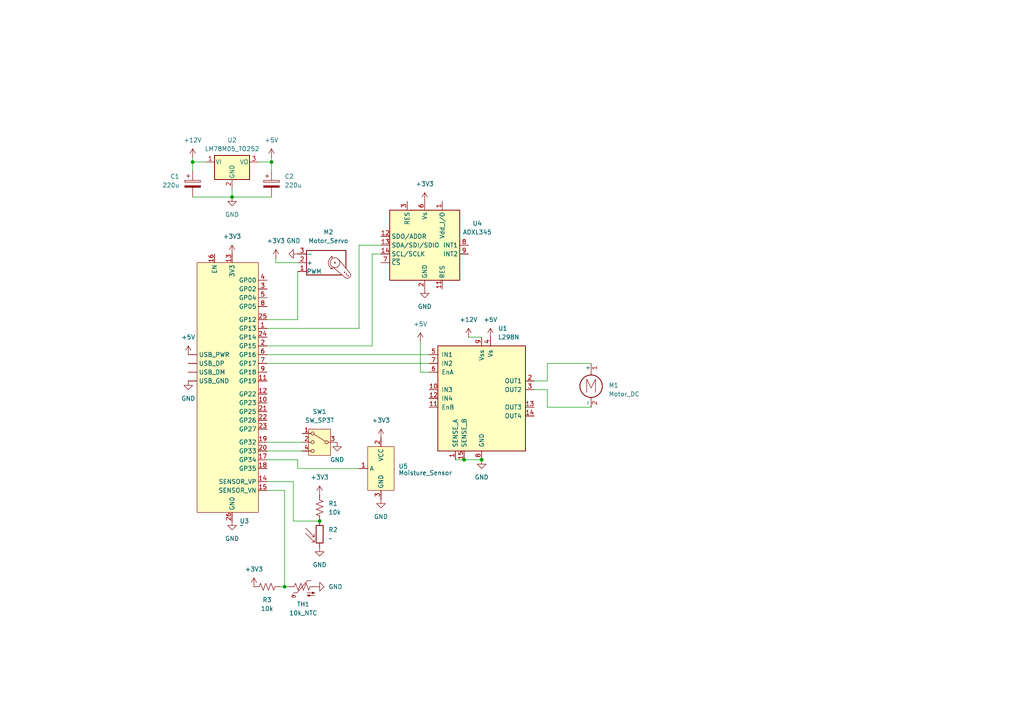
<source format=kicad_sch>
(kicad_sch (version 20231120) (generator "eeschema") (generator_version "8.0")
  (paper "A4")
  (lib_symbols
    (symbol "Device:C_Polarized" (pin_numbers hide) (pin_names (offset 0.254))
      (property "Reference" "C" (at 0.635 2.54 0))
      (property "Value" "C_Polarized" (at 0.635 -2.54 0))
      (symbol "C_Polarized_0_1"
        (rectangle (start -2.286 0.508) (end 2.286 1.016))
        (polyline (pts (xy -1.778 2.286) (xy -0.762 2.286)))
        (polyline (pts (xy -1.27 2.794) (xy -1.27 1.778)))
        (rectangle (start 2.286 -0.508) (end -2.286 -1.016) (fill (type outline)))
      )
      (symbol "C_Polarized_1_1"
        (pin passive line (at 0 3.81 270) (length 2.794) (name "~") (number "1"))
        (pin passive line (at 0 -3.81 90) (length 2.794) (name "~") (number "2"))
      )
    )
    (symbol "Device:R_Photo" (pin_numbers hide) (pin_names (offset 0))
      (property "Reference" "R" (at 1.27 1.27 0))
      (property "Value" "R_Photo" (at 1.27 0 0))
      (symbol "R_Photo_0_1"
        (rectangle (start -1.016 2.54) (end 1.016 -2.54) (stroke (width 0.254)))
        (polyline (pts (xy -1.524 -2.286) (xy -4.064 0.254)))
        (polyline (pts (xy -1.524 -2.286) (xy -2.286 -2.286)))
        (polyline (pts (xy -1.524 -2.286) (xy -1.524 -1.524)))
        (polyline (pts (xy -1.524 -0.762) (xy -4.064 1.778)))
        (polyline (pts (xy -1.524 -0.762) (xy -2.286 -0.762)))
        (polyline (pts (xy -1.524 -0.762) (xy -1.524 0)))
      )
      (symbol "R_Photo_1_1"
        (pin passive line (at 0 3.81 270) (length 1.27) (name "~") (number "1"))
        (pin passive line (at 0 -3.81 90) (length 1.27) (name "~") (number "2"))
      )
    )
    (symbol "Device:R_US" (pin_numbers hide) (pin_names (offset 0))
      (property "Reference" "R" (at 2.54 0 90))
      (property "Value" "R_US" (at -2.54 0 90))
      (symbol "R_US_0_1"
        (polyline (pts (xy 0 -2.286) (xy 0 -2.54)))
        (polyline (pts (xy 0 2.286) (xy 0 2.54)))
        (polyline (pts (xy 0 -0.762) (xy 1.016 -1.143) (xy 0 -1.524) (xy -1.016 -1.905) (xy 0 -2.286)))
        (polyline (pts (xy 0 0.762) (xy 1.016 0.381) (xy 0 0) (xy -1.016 -0.381) (xy 0 -0.762)))
        (polyline (pts (xy 0 2.286) (xy 1.016 1.905) (xy 0 1.524) (xy -1.016 1.143) (xy 0 0.762)))
      )
      (symbol "R_US_1_1"
        (pin passive line (at 0 3.81 270) (length 1.27) (name "~") (number "1"))
        (pin passive line (at 0 -3.81 90) (length 1.27) (name "~") (number "2"))
      )
    )
    (symbol "Device:Thermistor_NTC_US" (pin_numbers hide) (pin_names (offset 0))
      (property "Reference" "TH" (at -4.445 0 90))
      (property "Value" "Thermistor_NTC_US" (at 3.175 0 90))
      (symbol "Thermistor_NTC_US_0_1"
        (arc (start -3.048 2.159) (mid -3.0495 2.3143) (end -3.175 2.413))
        (arc (start -3.048 2.159) (mid -2.9736 1.9794) (end -2.794 1.905))
        (arc (start -3.048 2.794) (mid -2.9736 2.6144) (end -2.794 2.54))
        (arc (start -2.794 1.905) (mid -2.6144 1.9794) (end -2.54 2.159))
        (arc (start -2.794 2.54) (mid -2.4393 2.5587) (end -2.159 2.794))
        (arc (start -2.794 3.048) (mid -2.9736 2.9736) (end -3.048 2.794))
        (arc (start -2.54 2.794) (mid -2.6144 2.9736) (end -2.794 3.048))
        (polyline (pts (xy -2.54 2.159) (xy -2.54 2.794)))
        (polyline (pts (xy 0 -2.286) (xy 0 -2.54)))
        (polyline (pts (xy 0 2.286) (xy 0 2.54)))
        (polyline (pts (xy -1.778 2.54) (xy -1.778 1.524) (xy 1.778 -1.524) (xy 1.778 -2.54)))
        (polyline (pts (xy 0 -0.762) (xy 1.016 -1.143) (xy 0 -1.524) (xy -1.016 -1.905) (xy 0 -2.286)))
        (polyline (pts (xy 0 0.762) (xy 1.016 0.381) (xy 0 0) (xy -1.016 -0.381) (xy 0 -0.762)))
        (polyline (pts (xy 0 2.286) (xy 1.016 1.905) (xy 0 1.524) (xy -1.016 1.143) (xy 0 0.762)))
        (polyline (pts (xy -2.54 -3.683) (xy -2.54 -1.397) (xy -2.794 -2.159) (xy -2.286 -2.159) (xy -2.54 -1.397) (xy -2.54 -1.651)) (fill (type outline)))
        (polyline (pts (xy -1.778 -1.397) (xy -1.778 -3.683) (xy -2.032 -2.921) (xy -1.524 -2.921) (xy -1.778 -3.683) (xy -1.778 -3.429)) (fill (type outline)))
      )
      (symbol "Thermistor_NTC_US_1_1"
        (pin passive line (at 0 3.81 270) (length 1.27) (name "~") (number "1"))
        (pin passive line (at 0 -3.81 90) (length 1.27) (name "~") (number "2"))
      )
    )
    (symbol "Driver_Motor:L298N" (pin_names (offset 1.016))
      (property "Reference" "U" (at -10.16 16.51 0))
      (property "Value" "L298N" (at 12.7 16.51 0))
      (symbol "L298N_0_1"
        (rectangle (start -12.7 15.24) (end 12.7 -15.24) (stroke (width 0.254)) (fill (type background)))
      )
      (symbol "L298N_1_1"
        (pin power_in line (at -7.62 -17.78 90) (length 2.54) (name "SENSE_A") (number "1"))
        (pin input line (at -15.24 2.54 0) (length 2.54) (name "IN3") (number "10"))
        (pin input line (at -15.24 -2.54 0) (length 2.54) (name "EnB") (number "11"))
        (pin input line (at -15.24 0 0) (length 2.54) (name "IN4") (number "12"))
        (pin output line (at 15.24 -2.54 180) (length 2.54) (name "OUT3") (number "13"))
        (pin output line (at 15.24 -5.08 180) (length 2.54) (name "OUT4") (number "14"))
        (pin power_in line (at -5.08 -17.78 90) (length 2.54) (name "SENSE_B") (number "15"))
        (pin output line (at 15.24 5.08 180) (length 2.54) (name "OUT1") (number "2"))
        (pin output line (at 15.24 2.54 180) (length 2.54) (name "OUT2") (number "3"))
        (pin power_in line (at 2.54 17.78 270) (length 2.54) (name "Vs") (number "4"))
        (pin input line (at -15.24 12.7 0) (length 2.54) (name "IN1") (number "5"))
        (pin input line (at -15.24 7.62 0) (length 2.54) (name "EnA") (number "6"))
        (pin input line (at -15.24 10.16 0) (length 2.54) (name "IN2") (number "7"))
        (pin power_in line (at 0 -17.78 90) (length 2.54) (name "GND") (number "8"))
        (pin power_in line (at 0 17.78 270) (length 2.54) (name "Vss") (number "9"))
      )
    )
    (symbol "ESP32:DFRobot_Moisture_Sensor"
      (property "Reference" "U" (at 0 0 0))
      (symbol "DFRobot_Moisture_Sensor_1_1"
        (rectangle (start -3.81 6.35) (end 3.81 -6.35) (fill (type background)))
        (pin output line (at -6.35 0 0) (length 2.54) (name "A") (number "1"))
        (pin power_in line (at 0 8.89 270) (length 2.54) (name "VCC") (number "2"))
        (pin power_out line (at 0 -8.89 90) (length 2.54) (name "GND") (number "3"))
      )
    )
    (symbol "ESP32:LOLIN32_Lite"
      (property "Reference" "U" (at -6.604 -9.906 0))
      (symbol "LOLIN32_Lite_1_1"
        (rectangle (start -10.16 5.08) (end 7.62 -67.31) (fill (type background)))
        (pin bidirectional line (at -12.7 -26.67 0) (length 2.54) (name "USB_DM") (number ""))
        (pin bidirectional line (at -12.7 -24.13 0) (length 2.54) (name "USB_DP") (number ""))
        (pin power_out line (at -12.7 -29.21 0) (length 2.54) (name "USB_GND") (number ""))
        (pin power_in line (at -12.7 -21.59 0) (length 2.54) (name "USB_PWR") (number ""))
        (pin bidirectional line (at 10.16 -13.97 180) (length 2.54) (name "GP13") (number "1"))
        (pin bidirectional line (at 10.16 -35.56 180) (length 2.54) (name "GP23") (number "10"))
        (pin bidirectional line (at 10.16 -29.21 180) (length 2.54) (name "GP19") (number "11"))
        (pin bidirectional line (at 10.16 -33.02 180) (length 2.54) (name "GP22") (number "12"))
        (pin output line (at 0 7.62 270) (length 2.54) (name "3V3") (number "13"))
        (pin bidirectional line (at 10.16 -58.42 180) (length 2.54) (name "SENSOR_VP") (number "14"))
        (pin bidirectional line (at 10.16 -60.96 180) (length 2.54) (name "SENSOR_VN") (number "15"))
        (pin bidirectional line (at -5.08 7.62 270) (length 2.54) (name "EN") (number "16"))
        (pin bidirectional line (at 10.16 -52.07 180) (length 2.54) (name "GP34") (number "17"))
        (pin bidirectional line (at 10.16 -54.61 180) (length 2.54) (name "GP35") (number "18"))
        (pin bidirectional line (at 10.16 -46.99 180) (length 2.54) (name "GP32") (number "19"))
        (pin bidirectional line (at 10.16 -19.05 180) (length 2.54) (name "GP15") (number "2"))
        (pin bidirectional line (at 10.16 -49.53 180) (length 2.54) (name "GP33") (number "20"))
        (pin bidirectional line (at 10.16 -38.1 180) (length 2.54) (name "GP25") (number "21"))
        (pin bidirectional line (at 10.16 -40.64 180) (length 2.54) (name "GP26") (number "22"))
        (pin bidirectional line (at 10.16 -43.18 180) (length 2.54) (name "GP27") (number "23"))
        (pin bidirectional line (at 10.16 -16.51 180) (length 2.54) (name "GP14") (number "24"))
        (pin bidirectional line (at 10.16 -11.43 180) (length 2.54) (name "GP12") (number "25"))
        (pin output line (at 0 -69.85 90) (length 2.54) (name "GND") (number "26"))
        (pin bidirectional line (at 10.16 -2.54 180) (length 2.54) (name "GP02") (number "3"))
        (pin bidirectional line (at 10.16 0 180) (length 2.54) (name "GP00") (number "4"))
        (pin bidirectional line (at 10.16 -5.08 180) (length 2.54) (name "GP04") (number "5"))
        (pin bidirectional line (at 10.16 -21.59 180) (length 2.54) (name "GP16") (number "6"))
        (pin bidirectional line (at 10.16 -24.13 180) (length 2.54) (name "GP17") (number "7"))
        (pin bidirectional line (at 10.16 -7.62 180) (length 2.54) (name "GP05") (number "8"))
        (pin bidirectional line (at 10.16 -26.67 180) (length 2.54) (name "GP18") (number "9"))
      )
    )
    (symbol "Motor:Motor_DC" (pin_names (offset 0))
      (property "Reference" "M" (at 2.54 2.54 0))
      (property "Value" "Motor_DC" (at 2.54 -5.08 0))
      (symbol "Motor_DC_0_0"
        (polyline (pts (xy -1.27 -3.302) (xy -1.27 0.508) (xy 0 -2.032) (xy 1.27 0.508) (xy 1.27 -3.302)))
      )
      (symbol "Motor_DC_0_1"
        (circle (center 0 -1.524) (radius 3.2512) (stroke (width 0.254)))
        (polyline (pts (xy 0 -7.62) (xy 0 -7.112)))
        (polyline (pts (xy 0 -4.7752) (xy 0 -5.1816)))
        (polyline (pts (xy 0 1.7272) (xy 0 2.0828)))
        (polyline (pts (xy 0 2.032) (xy 0 2.54)))
      )
      (symbol "Motor_DC_1_1"
        (pin passive line (at 0 5.08 270) (length 2.54) (name "+") (number "1"))
        (pin passive line (at 0 -7.62 90) (length 2.54) (name "-") (number "2"))
      )
    )
    (symbol "Motor:Motor_Servo" (pin_names (offset 0.0254))
      (property "Reference" "M" (at -5.08 4.445 0))
      (property "Value" "Motor_Servo" (at -5.08 -4.064 0))
      (symbol "Motor_Servo_0_1"
        (polyline (pts (xy 2.413 -1.778) (xy 2.032 -1.778)))
        (polyline (pts (xy 2.413 -1.778) (xy 2.286 -1.397)))
        (polyline (pts (xy 2.413 1.778) (xy 1.905 1.778)))
        (polyline (pts (xy 2.413 1.778) (xy 2.286 1.397)))
        (polyline (pts (xy 6.35 4.445) (xy 2.54 1.27)))
        (polyline (pts (xy 7.62 3.175) (xy 4.191 -1.016)))
        (polyline (pts (xy 5.08 3.556) (xy -5.08 3.556) (xy -5.08 -3.556) (xy 6.35 -3.556) (xy 6.35 1.524)) (stroke (width 0.254)))
        (arc (start 2.413 1.778) (mid 1.2406 0) (end 2.413 -1.778))
        (circle (center 3.175 0) (radius 0.1778))
        (circle (center 3.175 0) (radius 1.4224))
        (circle (center 5.969 2.794) (radius 0.127))
        (circle (center 6.477 3.302) (radius 0.127))
        (circle (center 6.985 3.81) (radius 0.127))
        (arc (start 7.62 3.175) (mid 7.4485 4.2735) (end 6.35 4.445))
      )
      (symbol "Motor_Servo_1_1"
        (pin passive line (at -7.62 2.54 0) (length 2.54) (name "PWM") (number "1"))
        (pin passive line (at -7.62 0 0) (length 2.54) (name "+") (number "2"))
        (pin passive line (at -7.62 -2.54 0) (length 2.54) (name "-") (number "3"))
      )
    )
    (symbol "Regulator_Linear:LM78M05_TO252" (pin_names (offset 0.254))
      (property "Reference" "U" (at -3.81 3.175 0))
      (property "Value" "LM78M05_TO252" (at 0 3.175 0))
      (symbol "LM78M05_TO252_0_1"
        (rectangle (start -5.08 1.905) (end 5.08 -5.08) (stroke (width 0.254)) (fill (type background)))
      )
      (symbol "LM78M05_TO252_1_1"
        (pin power_in line (at -7.62 0 0) (length 2.54) (name "VI") (number "1"))
        (pin power_in line (at 0 -7.62 90) (length 2.54) (name "GND") (number "2"))
        (pin power_out line (at 7.62 0 180) (length 2.54) (name "VO") (number "3"))
      )
    )
    (symbol "Sensor_Motion:ADXL343"
      (property "Reference" "U" (at -8.89 11.43 0))
      (property "Value" "ADXL343" (at -7.62 -11.43 0))
      (symbol "ADXL343_0_1"
        (rectangle (start -10.16 10.16) (end 10.16 -10.16) (stroke (width 0.254)) (fill (type background)))
      )
      (symbol "ADXL343_1_1"
        (pin power_in line (at 5.08 12.7 270) (length 2.54) (name "Vdd_I/O") (number "1"))
        (pin no_connect line (at -5.08 -10.16 90) (length 2.54) hide (name "NC") (number "10"))
        (pin passive line (at 5.08 -12.7 90) (length 2.54) (name "RES") (number "11"))
        (pin bidirectional line (at -12.7 2.54 0) (length 2.54) (name "SDO/ADDR") (number "12"))
        (pin bidirectional line (at -12.7 0 0) (length 2.54) (name "SDA/SDI/SDIO") (number "13"))
        (pin input line (at -12.7 -2.54 0) (length 2.54) (name "SCL/SCLK") (number "14"))
        (pin power_in line (at 0 -12.7 90) (length 2.54) (name "GND") (number "2"))
        (pin passive line (at -5.08 12.7 270) (length 2.54) (name "RES") (number "3"))
        (pin passive line (at 0 -12.7 90) (length 2.54) hide (name "GND") (number "4"))
        (pin passive line (at 0 -12.7 90) (length 2.54) hide (name "GND") (number "5"))
        (pin power_in line (at 0 12.7 270) (length 2.54) (name "Vs") (number "6"))
        (pin input line (at -12.7 -5.08 0) (length 2.54) (name "~{CS}") (number "7"))
        (pin output line (at 12.7 0 180) (length 2.54) (name "INT1") (number "8"))
        (pin output line (at 12.7 -2.54 180) (length 2.54) (name "INT2") (number "9"))
      )
    )
    (symbol "Switch:SW_SP3T" (pin_names (offset 0) hide)
      (property "Reference" "SW" (at 0 5.08 0))
      (property "Value" "SW_SP3T" (at 0 -5.08 0))
      (symbol "SW_SP3T_0_1"
        (circle (center -2.032 0) (radius 0.4572))
        (polyline (pts (xy -1.651 0.254) (xy 1.651 2.286)))
        (circle (center 2.032 -2.54) (radius 0.4572))
        (circle (center 2.032 0) (radius 0.4572))
        (circle (center 2.032 2.54) (radius 0.4572))
      )
      (symbol "SW_SP3T_1_1"
        (rectangle (start -3.175 3.81) (end 3.175 -3.81) (fill (type background)))
        (pin passive line (at 5.08 2.54 180) (length 2.54) (name "1") (number "1"))
        (pin passive line (at 5.08 0 180) (length 2.54) (name "2") (number "2"))
        (pin passive line (at -5.08 0 0) (length 2.54) (name "3") (number "3"))
        (pin passive line (at 5.08 -2.54 180) (length 2.54) (name "4") (number "4"))
      )
    )
    (symbol "power:+3V3" (power) (pin_numbers hide) (pin_names (offset 0) hide)
      (property "Value" "+3V3" (at 0 3.556 0))
      (symbol "+3V3_0_1"
        (polyline (pts (xy -0.762 1.27) (xy 0 2.54)))
        (polyline (pts (xy 0 0) (xy 0 2.54)))
        (polyline (pts (xy 0 2.54) (xy 0.762 1.27)))
      )
      (symbol "+3V3_1_1"
        (pin power_in line (at 0 0 90) (length 0) (name "~") (number "1"))
      )
    )
    (symbol "power:+5V" (power) (pin_numbers hide) (pin_names (offset 0) hide)
      (property "Value" "+5V" (at 0 3.556 0))
      (symbol "+5V_0_1"
        (polyline (pts (xy -0.762 1.27) (xy 0 2.54)))
        (polyline (pts (xy 0 0) (xy 0 2.54)))
        (polyline (pts (xy 0 2.54) (xy 0.762 1.27)))
      )
      (symbol "+5V_1_1"
        (pin power_in line (at 0 0 90) (length 0) (name "~") (number "1"))
      )
    )
    (symbol "power:+7.5V" (power) (pin_numbers hide) (pin_names (offset 0) hide)
      (property "Value" "+7.5V" (at 0 3.556 0))
      (symbol "+7.5V_0_1"
        (polyline (pts (xy -0.762 1.27) (xy 0 2.54)))
        (polyline (pts (xy 0 0) (xy 0 2.54)))
        (polyline (pts (xy 0 2.54) (xy 0.762 1.27)))
      )
      (symbol "+7.5V_1_1"
        (pin power_in line (at 0 0 90) (length 0) (name "~") (number "1"))
      )
    )
    (symbol "power:GND" (power) (pin_numbers hide) (pin_names (offset 0) hide)
      (property "Value" "GND" (at 0 -3.81 0))
      (symbol "GND_0_1"
        (polyline (pts (xy 0 0) (xy 0 -1.27) (xy 1.27 -1.27) (xy 0 -2.54) (xy -1.27 -1.27) (xy 0 -1.27)))
      )
      (symbol "GND_1_1"
        (pin power_in line (at 0 0 270) (length 0) (name "~") (number "1"))
      )
    )
  )
  (junction (at 67.31 57.15))
  (junction (at 82.55 170.18))
  (junction (at 139.7 133.35))
  (junction (at 92.71 151.13))
  (junction (at 78.74 46.99))
  (junction (at 134.62 133.35))
  (junction (at 55.88 46.99))
  (wire (pts (xy 86.36 92.71) (xy 86.36 78.74)))
  (wire (pts (xy 55.88 45.72) (xy 55.88 46.99)))
  (wire (pts (xy 83.82 170.18) (xy 82.55 170.18)))
  (wire (pts (xy 86.36 133.35) (xy 77.47 133.35)))
  (wire (pts (xy 135.89 97.79) (xy 139.7 97.79)))
  (wire (pts (xy 158.75 105.41) (xy 171.45 105.41)))
  (wire (pts (xy 171.45 118.11) (xy 158.75 118.11)))
  (wire (pts (xy 158.75 118.11) (xy 158.75 113.03)))
  (wire (pts (xy 85.09 139.7) (xy 85.09 151.13)))
  (wire (pts (xy 158.75 110.49) (xy 154.94 110.49)))
  (wire (pts (xy 132.08 133.35) (xy 134.62 133.35)))
  (wire (pts (xy 107.95 73.66) (xy 110.49 73.66)))
  (wire (pts (xy 77.47 128.27) (xy 87.63 128.27)))
  (wire (pts (xy 158.75 110.49) (xy 158.75 105.41)))
  (wire (pts (xy 77.47 139.7) (xy 85.09 139.7)))
  (wire (pts (xy 82.55 142.24) (xy 82.55 170.18)))
  (wire (pts (xy 86.36 135.89) (xy 86.36 133.35)))
  (wire (pts (xy 78.74 46.99) (xy 74.93 46.99)))
  (wire (pts (xy 82.55 170.18) (xy 81.28 170.18)))
  (wire (pts (xy 77.47 105.41) (xy 124.46 105.41)))
  (wire (pts (xy 124.46 107.95) (xy 121.92 107.95)))
  (wire (pts (xy 78.74 45.72) (xy 78.74 46.99)))
  (wire (pts (xy 104.14 95.25) (xy 104.14 71.12)))
  (wire (pts (xy 77.47 100.33) (xy 107.95 100.33)))
  (wire (pts (xy 80.01 74.93) (xy 80.01 76.2)))
  (wire (pts (xy 77.47 130.81) (xy 87.63 130.81)))
  (wire (pts (xy 158.75 113.03) (xy 154.94 113.03)))
  (wire (pts (xy 55.88 46.99) (xy 55.88 49.53)))
  (wire (pts (xy 80.01 76.2) (xy 86.36 76.2)))
  (wire (pts (xy 121.92 107.95) (xy 121.92 99.06)))
  (wire (pts (xy 104.14 135.89) (xy 86.36 135.89)))
  (wire (pts (xy 104.14 71.12) (xy 110.49 71.12)))
  (wire (pts (xy 107.95 100.33) (xy 107.95 73.66)))
  (wire (pts (xy 78.74 49.53) (xy 78.74 46.99)))
  (wire (pts (xy 77.47 102.87) (xy 124.46 102.87)))
  (wire (pts (xy 77.47 95.25) (xy 104.14 95.25)))
  (wire (pts (xy 77.47 142.24) (xy 82.55 142.24)))
  (wire (pts (xy 139.7 133.35) (xy 134.62 133.35)))
  (wire (pts (xy 85.09 151.13) (xy 92.71 151.13)))
  (wire (pts (xy 67.31 57.15) (xy 67.31 54.61)))
  (wire (pts (xy 77.47 92.71) (xy 86.36 92.71)))
  (wire (pts (xy 55.88 57.15) (xy 67.31 57.15)))
  (wire (pts (xy 55.88 46.99) (xy 59.69 46.99)))
  (wire (pts (xy 67.31 57.15) (xy 78.74 57.15)))
  (symbol (lib_id "power:+5V") (at 78.74 45.72 0) (unit 1)
    (property "Reference" "#PWR04" (effects (hide yes)))
    (property "Value" "+5V" (at 78.74 40.64 0))
    (property "Description" "Power symbol creates a global label with name \"+5V\"" (effects (hide yes)))
  )
  (symbol (lib_id "Switch:SW_SP3T") (at 92.71 128.27 0) (mirror y) (unit 1)
    (property "Reference" "SW1" (at 92.71 119.38 0))
    (property "Value" "SW_SP3T" (at 92.71 121.92 0))
    (property "Description" "Switch, three position, single pole triple throw, 3 position switch, SP3T" (effects (hide yes)))
  )
  (symbol (lib_id "Device:R_US") (at 77.47 170.18 90) (unit 1)
    (property "Reference" "R3" (at 77.47 173.99 90))
    (property "Value" "10k" (at 77.47 176.53 90))
    (property "Description" "Resistor, US symbol" (effects (hide yes)))
  )
  (symbol (lib_id "power:+7.5V") (at 55.88 45.72 0) (unit 1)
    (property "Reference" "#PWR02" (effects (hide yes)))
    (property "Value" "+12V" (at 55.88 40.64 0))
    (property "Description" "Power symbol creates a global label with name \"+7.5V\"" (effects (hide yes)))
  )
  (symbol (lib_id "power:+3V3") (at 92.71 143.51 0) (unit 1)
    (property "Reference" "#PWR012" (effects (hide yes)))
    (property "Value" "+3V3" (at 92.71 138.43 0))
    (property "Description" "Power symbol creates a global label with name \"+3V3\"" (effects (hide yes)))
  )
  (symbol (lib_id "power:GND") (at 92.71 158.75 0) (unit 1)
    (property "Reference" "#PWR011" (effects (hide yes)))
    (property "Value" "GND" (at 92.71 163.83 0))
    (property "Description" "Power symbol creates a global label with name \"GND\" , ground" (effects (hide yes)))
  )
  (symbol (lib_id "power:GND") (at 91.44 170.18 90) (unit 1)
    (property "Reference" "#PWR017" (effects (hide yes)))
    (property "Value" "GND" (at 95.25 170.1799 90) (effects (justify right)))
    (property "Description" "Power symbol creates a global label with name \"GND\" , ground" (effects (hide yes)))
  )
  (symbol (lib_id "Motor:Motor_Servo") (at 93.98 76.2 0) (mirror x) (unit 1)
    (property "Reference" "M2" (at 95.2389 67.31 0))
    (property "Value" "Motor_Servo" (at 95.2389 69.85 0))
    (property "Datasheet" "http://forums.parallax.com/uploads/attachments/46831/74481.png" (effects (hide yes)))
    (property "Description" "Servo Motor (Futaba, HiTec, JR connector)" (effects (hide yes)))
  )
  (symbol (lib_id "power:+3V3") (at 123.19 58.42 0) (unit 1)
    (property "Reference" "#PWR014" (effects (hide yes)))
    (property "Value" "+3V3" (at 123.19 53.34 0))
    (property "Description" "Power symbol creates a global label with name \"+3V3\"" (effects (hide yes)))
  )
  (symbol (lib_id "power:+3V3") (at 73.66 170.18 0) (unit 1)
    (property "Reference" "#PWR018" (effects (hide yes)))
    (property "Value" "+3V3" (at 73.66 165.1 0))
    (property "Description" "Power symbol creates a global label with name \"+3V3\"" (effects (hide yes)))
  )
  (symbol (lib_id "power:+3V3") (at 110.49 127 0) (unit 1)
    (property "Reference" "#PWR015" (effects (hide yes)))
    (property "Value" "+3V3" (at 110.49 121.92 0))
    (property "Description" "Power symbol creates a global label with name \"+3V3\"" (effects (hide yes)))
  )
  (symbol (lib_id "ESP32:DFRobot_Moisture_Sensor") (at 110.49 135.89 0) (unit 1)
    (property "Reference" "U5" (at 115.57 135.2549 0) (effects (justify left)))
    (property "Value" "Moisture_Sensor" (at 115.57 137.16 0) (effects (justify left)))
  )
  (symbol (lib_id "Device:C_Polarized") (at 55.88 53.34 0) (unit 1)
    (property "Reference" "C1" (at 52.07 51.1809 0) (effects (justify right)))
    (property "Value" "220u" (at 52.07 53.7209 0) (effects (justify right)))
    (property "Description" "Polarized capacitor" (effects (hide yes)))
  )
  (symbol (lib_id "power:GND") (at 123.19 83.82 0) (unit 1)
    (property "Reference" "#PWR013" (effects (hide yes)))
    (property "Value" "GND" (at 123.19 88.9 0))
    (property "Description" "Power symbol creates a global label with name \"GND\" , ground" (effects (hide yes)))
  )
  (symbol (lib_id "power:+5V") (at 142.24 97.79 0) (unit 1)
    (property "Reference" "#PWR04" (effects (hide yes)))
    (property "Value" "+5V" (at 142.24 92.71 0))
    (property "Description" "Power symbol creates a global label with name \"+5V\"" (effects (hide yes)))
  )
  (symbol (lib_id "power:GND") (at 86.36 73.66 270) (unit 1)
    (property "Reference" "#PWR020" (effects (hide yes)))
    (property "Value" "GND" (at 85.09 69.85 90))
    (property "Description" "Power symbol creates a global label with name \"GND\" , ground" (effects (hide yes)))
  )
  (symbol (lib_id "Motor:Motor_DC") (at 171.45 110.49 0) (unit 1)
    (property "Reference" "M1" (at 176.53 111.7599 0) (effects (justify left)))
    (property "Value" "Motor_DC" (at 176.53 114.2999 0) (effects (justify left)))
    (property "Description" "DC Motor" (effects (hide yes)))
  )
  (symbol (lib_id "Regulator_Linear:LM78M05_TO252") (at 67.31 46.99 0) (unit 1)
    (property "Reference" "U2" (at 67.31 40.64 0))
    (property "Value" "LM78M05_TO252" (at 67.31 43.18 0))
    (property "Footprint" "Package_TO_SOT_SMD:TO-252-2" (effects (hide yes)))
    (property "Datasheet" "https://www.onsemi.com/pub/Collateral/MC78M00-D.PDF" (effects (hide yes)))
    (property "Description" "Positive 500mA 35V Linear Regulator, Fixed Output 5V, TO-252 (D-PAK)" (effects (hide yes)))
  )
  (symbol (lib_id "power:+3V3") (at 80.01 74.93 0) (unit 1)
    (property "Reference" "#PWR019" (effects (hide yes)))
    (property "Value" "+3V3" (at 80.01 69.85 0))
    (property "Description" "Power symbol creates a global label with name \"+3V3\"" (effects (hide yes)))
  )
  (symbol (lib_id "Driver_Motor:L298N") (at 139.7 115.57 0) (unit 1)
    (property "Reference" "U1" (at 144.4341 95.25 0) (effects (justify left)))
    (property "Value" "L298N" (at 144.4341 97.79 0) (effects (justify left)))
    (property "Footprint" "Package_TO_SOT_THT:TO-220-15_P2.54x2.54mm_StaggerOdd_Lead4.58mm_Vertical" (effects (hide yes)))
    (property "Datasheet" "http://www.st.com/st-web-ui/static/active/en/resource/technical/document/datasheet/CD00000240.pdf" (effects (hide yes)))
    (property "Description" "Dual full bridge motor driver, up to 46V, 4A, Multiwatt15-V" (effects (hide yes)))
  )
  (symbol (lib_id "Sensor_Motion:ADXL343") (at 123.19 71.12 0) (unit 1)
    (property "Reference" "U4" (at 138.43 64.8014 0))
    (property "Value" "ADXL345" (at 138.43 67.3414 0))
    (property "Footprint" "Package_LGA:LGA-14_3x5mm_P0.8mm_LayoutBorder1x6y" (effects (hide yes)))
    (property "Datasheet" "https://www.analog.com/media/en/technical-documentation/data-sheets/ADXL343.pdf" (effects (hide yes)))
    (property "Description" "3-Axis MEMS Accelerometer, 2/4/8/16g range, I2C/SPI, LGA-14" (effects (hide yes)))
  )
  (symbol (lib_id "Device:R_US") (at 92.71 147.32 0) (unit 1)
    (property "Reference" "R1" (at 95.25 146.0499 0) (effects (justify left)))
    (property "Value" "10k" (at 95.25 148.5899 0) (effects (justify left)))
    (property "Description" "Resistor, US symbol" (effects (hide yes)))
  )
  (symbol (lib_id "power:GND") (at 67.31 151.13 0) (unit 1)
    (property "Reference" "#PWR05" (effects (hide yes)))
    (property "Value" "GND" (at 67.31 156.21 0))
    (property "Description" "Power symbol creates a global label with name \"GND\" , ground" (effects (hide yes)))
  )
  (symbol (lib_id "Device:R_Photo") (at 92.71 154.94 0) (unit 1)
    (property "Reference" "R2" (at 95.25 153.6699 0) (effects (justify left)))
    (property "Value" "~" (at 95.25 156.2099 0) (effects (justify left)))
    (property "Description" "Photoresistor" (effects (hide yes)))
  )
  (symbol (lib_id "ESP32:LOLIN32_Lite") (at 67.31 81.28 0) (unit 1)
    (property "Reference" "U3" (at 69.5041 151.13 0) (effects (justify left)))
    (property "Value" "~" (at 69.5041 152.4 0) (effects (justify left)))
  )
  (symbol (lib_id "power:+5V") (at 121.92 99.06 0) (unit 1)
    (property "Reference" "#PWR07" (effects (hide yes)))
    (property "Value" "+5V" (at 121.92 93.98 0))
    (property "Description" "Power symbol creates a global label with name \"+5V\"" (effects (hide yes)))
  )
  (symbol (lib_id "Device:C_Polarized") (at 78.74 53.34 0) (unit 1)
    (property "Reference" "C2" (at 82.55 51.1809 0) (effects (justify left)))
    (property "Value" "220u" (at 82.55 53.7209 0) (effects (justify left)))
    (property "Description" "Polarized capacitor" (effects (hide yes)))
  )
  (symbol (lib_id "Device:Thermistor_NTC_US") (at 87.63 170.18 90) (unit 1)
    (property "Reference" "TH1" (at 87.9475 175.26 90))
    (property "Value" "10k_NTC" (at 87.9475 177.8 90))
    (property "Description" "Temperature dependent resistor, negative temperature coefficient, US symbol" (effects (hide yes)))
  )
  (symbol (lib_id "power:+3V3") (at 67.31 73.66 0) (unit 1)
    (property "Reference" "#PWR010" (effects (hide yes)))
    (property "Value" "+3V3" (at 67.31 68.58 0))
    (property "Description" "Power symbol creates a global label with name \"+3V3\"" (effects (hide yes)))
  )
  (symbol (lib_id "power:GND") (at 139.7 133.35 0) (unit 1)
    (property "Reference" "#PWR01" (effects (hide yes)))
    (property "Value" "GND" (at 139.7 138.43 0))
    (property "Description" "Power symbol creates a global label with name \"GND\" , ground" (effects (hide yes)))
  )
  (symbol (lib_id "power:+5V") (at 54.61 102.87 0) (unit 1)
    (property "Reference" "#PWR06" (effects (hide yes)))
    (property "Value" "+5V" (at 54.61 97.79 0))
    (property "Description" "Power symbol creates a global label with name \"+5V\"" (effects (hide yes)))
  )
  (symbol (lib_id "power:GND") (at 54.61 110.49 0) (unit 1)
    (property "Reference" "#PWR08" (effects (hide yes)))
    (property "Value" "GND" (at 54.61 115.57 0))
    (property "Description" "Power symbol creates a global label with name \"GND\" , ground" (effects (hide yes)))
  )
  (symbol (lib_id "power:GND") (at 97.79 128.27 0) (unit 1)
    (property "Reference" "#PWR09" (effects (hide yes)))
    (property "Value" "GND" (at 97.79 133.35 0))
    (property "Description" "Power symbol creates a global label with name \"GND\" , ground" (effects (hide yes)))
  )
  (symbol (lib_id "power:GND") (at 67.31 57.15 0) (unit 1)
    (property "Reference" "#PWR03" (effects (hide yes)))
    (property "Value" "GND" (at 67.31 62.23 0))
    (property "Description" "Power symbol creates a global label with name \"GND\" , ground" (effects (hide yes)))
  )
  (symbol (lib_id "power:+7.5V") (at 135.89 97.79 0) (unit 1)
    (property "Reference" "#PWR02" (effects (hide yes)))
    (property "Value" "+12V" (at 135.89 92.71 0))
    (property "Description" "Power symbol creates a global label with name \"+7.5V\"" (effects (hide yes)))
  )
  (symbol (lib_id "power:GND") (at 110.49 144.78 0) (unit 1)
    (property "Reference" "#PWR016" (effects (hide yes)))
    (property "Value" "GND" (at 110.49 149.86 0))
    (property "Description" "Power symbol creates a global label with name \"GND\" , ground" (effects (hide yes)))
  )
)
</source>
